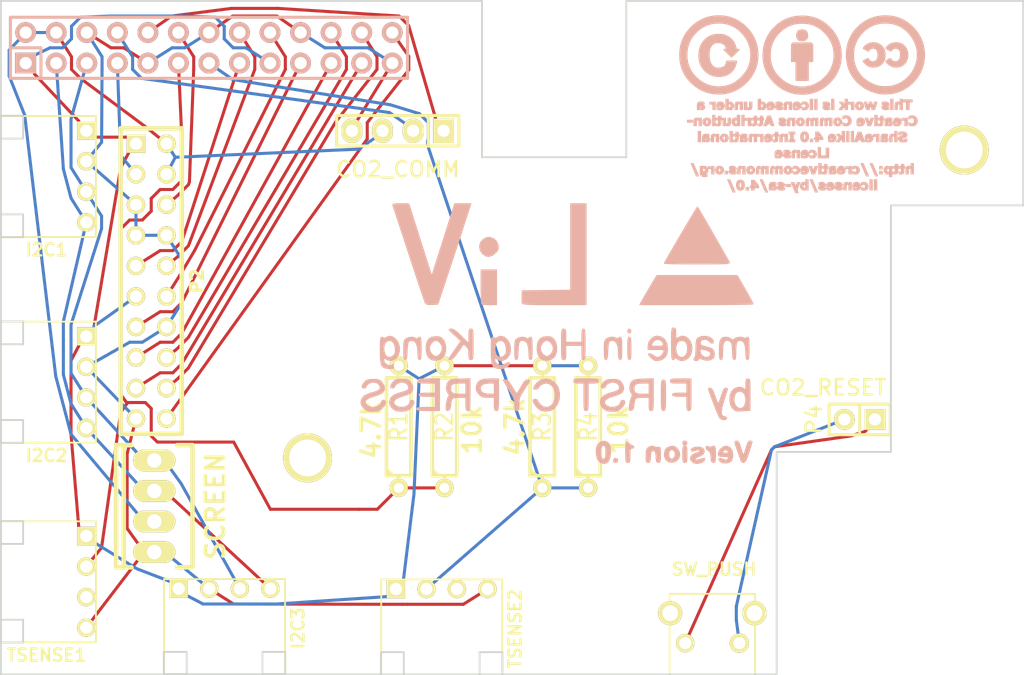
<source format=kicad_pcb>
(kicad_pcb (version 4) (host pcbnew "(2014-09-15 BZR 5136)-product")
  (layers (0 F.Cu signal) (31 B.Cu signal) (34 B.Paste user) (35 F.Paste user) (36 B.SilkS user) (37 F.SilkS user) (38 B.Mask user) (39 F.Mask user) (44 Edge.Cuts user))
  (net 0 "")
  (net 1 /GPIO_10)
  (net 2 /GPIO_11)
  (net 3 /GPIO_14)
  (net 4 /GPIO_15)
  (net 5 /GPIO_17)
  (net 6 /GPIO_18)
  (net 7 /GPIO_2)
  (net 8 /GPIO_22)
  (net 9 /GPIO_23)
  (net 10 /GPIO_24)
  (net 11 /GPIO_25)
  (net 12 /GPIO_27)
  (net 13 /GPIO_3)
  (net 14 /GPIO_4)
  (net 15 /GPIO_7)
  (net 16 /GPIO_8)
  (net 17 /GPIO_9)
  (net 18 +3.3V)
  (net 19 +5V)
  (net 20 GND)
  (net 21 "Net-(P4-Pad1)")
  (net 22 "Net-(P4-Pad2)")
  (net 23 "Net-(P8-Pad3)")
  (net 24 "Net-(P9-Pad3)")
  (module CONNECTOR_MOLEX_4PIN_RIGHT_ANGLE (layer F.Cu) (at 175.45 172.65 90)
    (fp_text reference P9 hide)
    (fp_text value TSENSE1 (at -6.1 -3.3 180) (layer F.SilkS) (effects (font (size 1.016 1.016) (thickness 0.2032))))
    (fp_line (start 3.15 -7.1) (end 3.15 -5.25) (layer Edge.Cuts) (width 0.15))
    (fp_line (start 3.15 -5.25) (end 5.05 -5.25) (layer Edge.Cuts) (width 0.15))
    (fp_line (start 5.05 -5.25) (end 5.05 -7.1) (layer Edge.Cuts) (width 0.15))
    (fp_line (start 5.05 -7.1) (end 3.15 -7.1) (layer Edge.Cuts) (width 0.15))
    (fp_line (start -5.05 -7.1) (end -3.15 -7.1) (layer Edge.Cuts) (width 0.15))
    (fp_line (start -3.15 -7.1) (end -3.15 -5.25) (layer Edge.Cuts) (width 0.15))
    (fp_line (start -3.15 -5.25) (end -5.05 -5.25) (layer Edge.Cuts) (width 0.15))
    (fp_line (start -5.05 -5.25) (end -5.05 -7.1) (layer Edge.Cuts) (width 0.15))
    (pad 4 thru_hole circle (at -3.81 0 90) (size 1.524 1.524) (drill 1.016) (layers *.Cu *.Mask F.SilkS) (net 20 GND))
    (pad 3 thru_hole circle (at -1.27 0 90) (size 1.524 1.524) (drill 1.016) (layers *.Cu *.Mask F.SilkS) (net 24 "Net-(P9-Pad3)"))
    (pad 2 thru_hole circle (at 1.27 0 90) (size 1.524 1.524) (drill 1.016) (layers *.Cu *.Mask F.SilkS) (net 5 /GPIO_17))
    (pad 1 thru_hole rect (at 3.81 0 90) (size 1.524 1.524) (drill 1.016) (layers *.Cu *.Mask F.SilkS) (net 18 +3.3V))
  )
  (module Sockets_MOLEX_KK-System:Socket_MOLEX-KK-RM2-54mm_Lock_4pin_straight (layer F.Cu) (at 181.104 166.366 90)
    (fp_text reference P3 hide)
    (fp_text value SCREEN (at 0 5.08 90) (layer F.SilkS) (effects (font (thickness 0.3048))))
    (pad 1 thru_hole oval (at -3.81 0 90) (size 1.80086 3.50012) (drill 1.19888) (layers *.Cu *.Mask F.SilkS) (net 20 GND))
    (pad 2 thru_hole oval (at -1.27 0 90) (size 1.80086 3.50012) (drill 1.19888) (layers *.Cu *.Mask F.SilkS) (net 19 +5V))
    (pad 3 thru_hole oval (at 1.27 0 90) (size 1.80086 3.50012) (drill 1.19888) (layers *.Cu *.Mask F.SilkS) (net 7 /GPIO_2))
    (pad 4 thru_hole oval (at 3.81 0 90) (size 1.80086 3.50012) (drill 1.19888) (layers *.Cu *.Mask F.SilkS) (net 13 /GPIO_3))
  )
  (module Socket_Strips:Socket_Strip_Straight_2x13 (layer B.Cu) (at 185.65 128.25 180)
    (fp_text reference P1 hide)
    (fp_text value CONN_13X2 hide)
    (pad 1 thru_hole rect (at 15.24 -1.27) (size 1.7272 1.7272) (drill 1.016) (layers *.Cu *.Mask B.SilkS) (net 18 +3.3V))
    (pad 2 thru_hole oval (at 15.24 1.27) (size 1.7272 1.7272) (drill 1.016) (layers *.Cu *.Mask B.SilkS) (net 19 +5V))
    (pad 3 thru_hole oval (at 12.7 -1.27) (size 1.7272 1.7272) (drill 1.016) (layers *.Cu *.Mask B.SilkS) (net 7 /GPIO_2))
    (pad 4 thru_hole oval (at 12.7 1.27) (size 1.7272 1.7272) (drill 1.016) (layers *.Cu *.Mask B.SilkS) (net 19 +5V))
    (pad 5 thru_hole oval (at 10.16 -1.27) (size 1.7272 1.7272) (drill 1.016) (layers *.Cu *.Mask B.SilkS) (net 13 /GPIO_3))
    (pad 6 thru_hole oval (at 10.16 1.27) (size 1.7272 1.7272) (drill 1.016) (layers *.Cu *.Mask B.SilkS) (net 20 GND))
    (pad 7 thru_hole oval (at 7.62 -1.27) (size 1.7272 1.7272) (drill 1.016) (layers *.Cu *.Mask B.SilkS) (net 14 /GPIO_4))
    (pad 8 thru_hole oval (at 7.62 1.27) (size 1.7272 1.7272) (drill 1.016) (layers *.Cu *.Mask B.SilkS) (net 3 /GPIO_14))
    (pad 9 thru_hole oval (at 5.08 -1.27) (size 1.7272 1.7272) (drill 1.016) (layers *.Cu *.Mask B.SilkS) (net 20 GND))
    (pad 10 thru_hole oval (at 5.08 1.27) (size 1.7272 1.7272) (drill 1.016) (layers *.Cu *.Mask B.SilkS) (net 4 /GPIO_15))
    (pad 11 thru_hole oval (at 2.54 -1.27) (size 1.7272 1.7272) (drill 1.016) (layers *.Cu *.Mask B.SilkS) (net 5 /GPIO_17))
    (pad 12 thru_hole oval (at 2.54 1.27) (size 1.7272 1.7272) (drill 1.016) (layers *.Cu *.Mask B.SilkS) (net 6 /GPIO_18))
    (pad 13 thru_hole oval (at 0 -1.27) (size 1.7272 1.7272) (drill 1.016) (layers *.Cu *.Mask B.SilkS) (net 12 /GPIO_27))
    (pad 14 thru_hole oval (at 0 1.27) (size 1.7272 1.7272) (drill 1.016) (layers *.Cu *.Mask B.SilkS) (net 20 GND))
    (pad 15 thru_hole oval (at -2.54 -1.27) (size 1.7272 1.7272) (drill 1.016) (layers *.Cu *.Mask B.SilkS) (net 8 /GPIO_22))
    (pad 16 thru_hole oval (at -2.54 1.27) (size 1.7272 1.7272) (drill 1.016) (layers *.Cu *.Mask B.SilkS) (net 9 /GPIO_23))
    (pad 17 thru_hole oval (at -5.08 -1.27) (size 1.7272 1.7272) (drill 1.016) (layers *.Cu *.Mask B.SilkS) (net 18 +3.3V))
    (pad 18 thru_hole oval (at -5.08 1.27) (size 1.7272 1.7272) (drill 1.016) (layers *.Cu *.Mask B.SilkS) (net 10 /GPIO_24))
    (pad 19 thru_hole oval (at -7.62 -1.27) (size 1.7272 1.7272) (drill 1.016) (layers *.Cu *.Mask B.SilkS) (net 1 /GPIO_10))
    (pad 20 thru_hole oval (at -7.62 1.27) (size 1.7272 1.7272) (drill 1.016) (layers *.Cu *.Mask B.SilkS) (net 20 GND))
    (pad 21 thru_hole oval (at -10.16 -1.27) (size 1.7272 1.7272) (drill 1.016) (layers *.Cu *.Mask B.SilkS) (net 17 /GPIO_9))
    (pad 22 thru_hole oval (at -10.16 1.27) (size 1.7272 1.7272) (drill 1.016) (layers *.Cu *.Mask B.SilkS) (net 11 /GPIO_25))
    (pad 23 thru_hole oval (at -12.7 -1.27) (size 1.7272 1.7272) (drill 1.016) (layers *.Cu *.Mask B.SilkS) (net 2 /GPIO_11))
    (pad 24 thru_hole oval (at -12.7 1.27) (size 1.7272 1.7272) (drill 1.016) (layers *.Cu *.Mask B.SilkS) (net 16 /GPIO_8))
    (pad 25 thru_hole oval (at -15.24 -1.27) (size 1.7272 1.7272) (drill 1.016) (layers *.Cu *.Mask B.SilkS) (net 20 GND))
    (pad 26 thru_hole oval (at -15.24 1.27) (size 1.7272 1.7272) (drill 1.016) (layers *.Cu *.Mask B.SilkS) (net 15 /GPIO_7))
  )
  (module toolbox:pin_array_10x2 (layer F.Cu) (at 180.85 147.65 270)
    (fp_text reference P2 (at 0 -3.81 270) (layer F.SilkS) (effects (font (size 1.016 1.016) (thickness 0.27432))))
    (fp_text value CONN_10X2 hide)
    (pad 1 thru_hole rect (at -11.43 1.27 270) (size 1.524 1.524) (drill 1.016) (layers *.Cu *.Mask F.SilkS) (net 18 +3.3V))
    (pad 2 thru_hole circle (at -11.43 -1.27 270) (size 1.524 1.524) (drill 1.016) (layers *.Cu *.Mask F.SilkS) (net 19 +5V))
    (pad 3 thru_hole circle (at -8.89 1.27 270) (size 1.524 1.524) (drill 1.016) (layers *.Cu *.Mask F.SilkS) (net 14 /GPIO_4))
    (pad 4 thru_hole circle (at -8.89 -1.27 270) (size 1.524 1.524) (drill 1.016) (layers *.Cu *.Mask F.SilkS) (net 19 +5V))
    (pad 5 thru_hole circle (at -6.35 1.27 270) (size 1.524 1.524) (drill 1.016) (layers *.Cu *.Mask F.SilkS) (net 20 GND))
    (pad 6 thru_hole circle (at -6.35 -1.27 270) (size 1.524 1.524) (drill 1.016) (layers *.Cu *.Mask F.SilkS) (net 6 /GPIO_18))
    (pad 7 thru_hole circle (at -3.81 1.27 270) (size 1.524 1.524) (drill 1.016) (layers *.Cu *.Mask F.SilkS) (net 20 GND))
    (pad 8 thru_hole circle (at -3.81 -1.27 270) (size 1.524 1.524) (drill 1.016) (layers *.Cu *.Mask F.SilkS) (net 20 GND))
    (pad 9 thru_hole circle (at -1.27 1.27 270) (size 1.524 1.524) (drill 1.016) (layers *.Cu *.Mask F.SilkS) (net 8 /GPIO_22))
    (pad 10 thru_hole circle (at -1.27 -1.27 270) (size 1.524 1.524) (drill 1.016) (layers *.Cu *.Mask F.SilkS) (net 9 /GPIO_23))
    (pad 11 thru_hole circle (at 1.27 1.27 270) (size 1.524 1.524) (drill 1.016) (layers *.Cu *.Mask F.SilkS) (net 18 +3.3V))
    (pad 12 thru_hole circle (at 1.27 -1.27 270) (size 1.524 1.524) (drill 1.016) (layers *.Cu *.Mask F.SilkS) (net 10 /GPIO_24))
    (pad 13 thru_hole circle (at 3.81 1.27 270) (size 1.524 1.524) (drill 1.016) (layers *.Cu *.Mask F.SilkS) (net 1 /GPIO_10))
    (pad 14 thru_hole circle (at 3.81 -1.27 270) (size 1.524 1.524) (drill 1.016) (layers *.Cu *.Mask F.SilkS) (net 20 GND))
    (pad 15 thru_hole circle (at 6.35 1.27 270) (size 1.524 1.524) (drill 1.016) (layers *.Cu *.Mask F.SilkS) (net 17 /GPIO_9))
    (pad 16 thru_hole circle (at 6.35 -1.27 270) (size 1.524 1.524) (drill 1.016) (layers *.Cu *.Mask F.SilkS) (net 11 /GPIO_25))
    (pad 17 thru_hole circle (at 8.89 1.27 270) (size 1.524 1.524) (drill 1.016) (layers *.Cu *.Mask F.SilkS) (net 2 /GPIO_11))
    (pad 18 thru_hole circle (at 8.89 -1.27 270) (size 1.524 1.524) (drill 1.016) (layers *.Cu *.Mask F.SilkS) (net 16 /GPIO_8))
    (pad 19 thru_hole circle (at 11.43 1.27 270) (size 1.524 1.524) (drill 1.016) (layers *.Cu *.Mask F.SilkS) (net 20 GND))
    (pad 20 thru_hole circle (at 11.43 -1.27 270) (size 1.524 1.524) (drill 1.016) (layers *.Cu *.Mask F.SilkS) (net 15 /GPIO_7))
  )
  (module Socket_Strips:Socket_Strip_Straight_2x01 (layer F.Cu) (at 239.75 159.15 90)
    (fp_text reference P4 (at 0 -3.81 90) (layer F.SilkS) (effects (font (size 1.27 1.27) (thickness 0.2032))))
    (fp_text value CO2_RESET (at 2.65 -3.05 180) (layer F.SilkS) (effects (font (size 1.27 1.27) (thickness 0.2032))))
    (pad 1 thru_hole rect (at 0 1.27 90) (size 1.7272 1.7272) (drill 1.016) (layers *.Cu *.Mask F.SilkS) (net 21 "Net-(P4-Pad1)"))
    (pad 2 thru_hole oval (at 0 -1.27 90) (size 1.7272 1.7272) (drill 1.016) (layers *.Cu *.Mask F.SilkS) (net 22 "Net-(P4-Pad2)"))
  )
  (module Socket_Strips:Socket_Strip_Straight_1x04 (layer F.Cu) (at 201.35 135.15)
    (fp_text reference P5 hide)
    (fp_text value CO2_COMM (at 0 3.2) (layer F.SilkS) (effects (font (size 1.27 1.27) (thickness 0.2032))))
    (pad 1 thru_hole rect (at 3.81 0 180) (size 1.7272 2.032) (drill 1.016) (layers *.Cu *.Mask F.SilkS) (net 4 /GPIO_15))
    (pad 2 thru_hole oval (at 1.27 0 180) (size 1.7272 2.032) (drill 1.016) (layers *.Cu *.Mask F.SilkS) (net 3 /GPIO_14))
    (pad 3 thru_hole oval (at -1.27 0 180) (size 1.7272 2.032) (drill 1.016) (layers *.Cu *.Mask F.SilkS) (net 19 +5V))
    (pad 4 thru_hole oval (at -3.81 0 180) (size 1.7272 2.032) (drill 1.016) (layers *.Cu *.Mask F.SilkS) (net 20 GND))
  )
  (module toolbox:SWITCH_TACT_RIGHT_ANGLE (layer F.Cu) (at 227.5 177.75 180)
    (fp_text reference SW1 hide)
    (fp_text value SW_PUSH (at -0.15 6.15 180) (layer F.SilkS) (effects (font (size 1.016 1.016) (thickness 0.2032))))
    (pad 1 thru_hole circle (at -2.25 0 180) (size 1.6 1.6) (drill 1) (layers *.Cu *.Mask F.SilkS) (net 22 "Net-(P4-Pad2)"))
    (pad 2 thru_hole circle (at 2.25 0 180) (size 1.524 1.524) (drill 1) (layers *.Cu *.Mask F.SilkS) (net 21 "Net-(P4-Pad1)"))
    (pad "" np_thru_hole circle (at -3.505 2.49 180) (size 2 2) (drill 1.3) (layers *.Cu *.Mask F.SilkS))
    (pad "" np_thru_hole circle (at 3.505 2.49 180) (size 2 2) (drill 1.3) (layers *.Cu *.Mask F.SilkS))
  )
  (module Discret:R4 (layer F.Cu) (at 217.172 159.762 90)
    (fp_text reference R4 (at 0 0 90) (layer F.SilkS) (effects (font (size 1.397 1.27) (thickness 0.2032))))
    (fp_text value 10k hide)
    (pad 1 thru_hole circle (at -5.08 0 90) (size 1.524 1.524) (drill 0.8128) (layers *.Cu *.Mask F.SilkS) (net 12 /GPIO_27))
    (pad 2 thru_hole circle (at 5.08 0 90) (size 1.524 1.524) (drill 0.8128) (layers *.Cu *.Mask F.SilkS) (net 18 +3.3V))
  )
  (module Discret:R4 (layer F.Cu) (at 213.362 159.762 90)
    (fp_text reference R3 (at 0 0 90) (layer F.SilkS) (effects (font (size 1.397 1.27) (thickness 0.2032))))
    (fp_text value 4.7k hide)
    (pad 1 thru_hole circle (at -5.08 0 90) (size 1.524 1.524) (drill 0.8128) (layers *.Cu *.Mask F.SilkS) (net 12 /GPIO_27))
    (pad 2 thru_hole circle (at 5.08 0 90) (size 1.524 1.524) (drill 0.8128) (layers *.Cu *.Mask F.SilkS) (net 18 +3.3V))
  )
  (module Discret:R4 (layer F.Cu) (at 205.234 159.762 90)
    (fp_text reference R2 (at 0 0 90) (layer F.SilkS) (effects (font (size 1.397 1.27) (thickness 0.2032))))
    (fp_text value 10k hide)
    (pad 1 thru_hole circle (at -5.08 0 90) (size 1.524 1.524) (drill 0.8128) (layers *.Cu *.Mask F.SilkS) (net 5 /GPIO_17))
    (pad 2 thru_hole circle (at 5.08 0 90) (size 1.524 1.524) (drill 0.8128) (layers *.Cu *.Mask F.SilkS) (net 18 +3.3V))
  )
  (module Discret:R4 (layer F.Cu) (at 201.424 159.762 90)
    (fp_text reference R1 (at 0 0 90) (layer F.SilkS) (effects (font (size 1.397 1.27) (thickness 0.2032))))
    (fp_text value 4.7k hide)
    (pad 1 thru_hole circle (at -5.08 0 90) (size 1.524 1.524) (drill 0.8128) (layers *.Cu *.Mask F.SilkS) (net 5 /GPIO_17))
    (pad 2 thru_hole circle (at 5.08 0 90) (size 1.524 1.524) (drill 0.8128) (layers *.Cu *.Mask F.SilkS) (net 18 +3.3V))
  )
  (module toolbox:CONNECTOR_MOLEX_4PIN_RIGHT_ANGLE (layer F.Cu) (at 205 173.25 180)
    (fp_text reference P8 hide)
    (fp_text value TSENSE2 (at -6.1 -3.3 270) (layer F.SilkS) (effects (font (size 1.016 1.016) (thickness 0.2032))))
    (fp_line (start 3.15 -7.1) (end 3.15 -5.25) (layer Edge.Cuts) (width 0.15))
    (fp_line (start 3.15 -5.25) (end 5.05 -5.25) (layer Edge.Cuts) (width 0.15))
    (fp_line (start 5.05 -5.25) (end 5.05 -7.1) (layer Edge.Cuts) (width 0.15))
    (fp_line (start 5.05 -7.1) (end 3.15 -7.1) (layer Edge.Cuts) (width 0.15))
    (fp_line (start -5.05 -7.1) (end -3.15 -7.1) (layer Edge.Cuts) (width 0.15))
    (fp_line (start -3.15 -7.1) (end -3.15 -5.25) (layer Edge.Cuts) (width 0.15))
    (fp_line (start -3.15 -5.25) (end -5.05 -5.25) (layer Edge.Cuts) (width 0.15))
    (fp_line (start -5.05 -5.25) (end -5.05 -7.1) (layer Edge.Cuts) (width 0.15))
    (pad 4 thru_hole circle (at -3.81 0 180) (size 1.524 1.524) (drill 1.016) (layers *.Cu *.Mask F.SilkS) (net 20 GND))
    (pad 3 thru_hole circle (at -1.27 0 180) (size 1.524 1.524) (drill 1.016) (layers *.Cu *.Mask F.SilkS) (net 23 "Net-(P8-Pad3)"))
    (pad 2 thru_hole circle (at 1.27 0 180) (size 1.524 1.524) (drill 1.016) (layers *.Cu *.Mask F.SilkS) (net 12 /GPIO_27))
    (pad 1 thru_hole rect (at 3.81 0 180) (size 1.524 1.524) (drill 1.016) (layers *.Cu *.Mask F.SilkS) (net 18 +3.3V))
  )
  (module toolbox:CONNECTOR_MOLEX_4PIN_RIGHT_ANGLE (layer F.Cu) (at 175.45 156.05 90)
    (fp_text reference P7 hide)
    (fp_text value I2C2 (at -6.1 -3.3 180) (layer F.SilkS) (effects (font (size 1.016 1.016) (thickness 0.2032))))
    (fp_line (start 3.15 -7.1) (end 3.15 -5.25) (layer Edge.Cuts) (width 0.15))
    (fp_line (start 3.15 -5.25) (end 5.05 -5.25) (layer Edge.Cuts) (width 0.15))
    (fp_line (start 5.05 -5.25) (end 5.05 -7.1) (layer Edge.Cuts) (width 0.15))
    (fp_line (start 5.05 -7.1) (end 3.15 -7.1) (layer Edge.Cuts) (width 0.15))
    (fp_line (start -5.05 -7.1) (end -3.15 -7.1) (layer Edge.Cuts) (width 0.15))
    (fp_line (start -3.15 -7.1) (end -3.15 -5.25) (layer Edge.Cuts) (width 0.15))
    (fp_line (start -3.15 -5.25) (end -5.05 -5.25) (layer Edge.Cuts) (width 0.15))
    (fp_line (start -5.05 -5.25) (end -5.05 -7.1) (layer Edge.Cuts) (width 0.15))
    (pad 4 thru_hole circle (at -3.81 0 90) (size 1.524 1.524) (drill 1.016) (layers *.Cu *.Mask F.SilkS) (net 7 /GPIO_2))
    (pad 3 thru_hole circle (at -1.27 0 90) (size 1.524 1.524) (drill 1.016) (layers *.Cu *.Mask F.SilkS) (net 13 /GPIO_3))
    (pad 2 thru_hole circle (at 1.27 0 90) (size 1.524 1.524) (drill 1.016) (layers *.Cu *.Mask F.SilkS) (net 20 GND))
    (pad 1 thru_hole rect (at 3.81 0 90) (size 1.524 1.524) (drill 1.016) (layers *.Cu *.Mask F.SilkS) (net 18 +3.3V))
  )
  (module toolbox:CONNECTOR_MOLEX_4PIN_RIGHT_ANGLE (layer F.Cu) (at 175.45 138.95 90)
    (fp_text reference P6 hide)
    (fp_text value I2C1 (at -6.1 -3.3 180) (layer F.SilkS) (effects (font (size 1.016 1.016) (thickness 0.2032))))
    (fp_line (start 3.15 -7.1) (end 3.15 -5.25) (layer Edge.Cuts) (width 0.15))
    (fp_line (start 3.15 -5.25) (end 5.05 -5.25) (layer Edge.Cuts) (width 0.15))
    (fp_line (start 5.05 -5.25) (end 5.05 -7.1) (layer Edge.Cuts) (width 0.15))
    (fp_line (start 5.05 -7.1) (end 3.15 -7.1) (layer Edge.Cuts) (width 0.15))
    (fp_line (start -5.05 -7.1) (end -3.15 -7.1) (layer Edge.Cuts) (width 0.15))
    (fp_line (start -3.15 -7.1) (end -3.15 -5.25) (layer Edge.Cuts) (width 0.15))
    (fp_line (start -3.15 -5.25) (end -5.05 -5.25) (layer Edge.Cuts) (width 0.15))
    (fp_line (start -5.05 -5.25) (end -5.05 -7.1) (layer Edge.Cuts) (width 0.15))
    (pad 4 thru_hole circle (at -3.81 0 90) (size 1.524 1.524) (drill 1.016) (layers *.Cu *.Mask F.SilkS) (net 7 /GPIO_2))
    (pad 3 thru_hole circle (at -1.27 0 90) (size 1.524 1.524) (drill 1.016) (layers *.Cu *.Mask F.SilkS) (net 13 /GPIO_3))
    (pad 2 thru_hole circle (at 1.27 0 90) (size 1.524 1.524) (drill 1.016) (layers *.Cu *.Mask F.SilkS) (net 20 GND))
    (pad 1 thru_hole rect (at 3.81 0 90) (size 1.524 1.524) (drill 1.016) (layers *.Cu *.Mask F.SilkS) (net 18 +3.3V))
  )
  (module toolbox:CONNECTOR_MOLEX_4PIN_RIGHT_ANGLE (layer F.Cu) (at 186.946 173.224 180)
    (fp_text reference P10 hide)
    (fp_text value I2C3 (at -6.1 -3.3 270) (layer F.SilkS) (effects (font (size 1.016 1.016) (thickness 0.2032))))
    (fp_line (start 3.15 -7.1) (end 3.15 -5.25) (layer Edge.Cuts) (width 0.15))
    (fp_line (start 3.15 -5.25) (end 5.05 -5.25) (layer Edge.Cuts) (width 0.15))
    (fp_line (start 5.05 -5.25) (end 5.05 -7.1) (layer Edge.Cuts) (width 0.15))
    (fp_line (start 5.05 -7.1) (end 3.15 -7.1) (layer Edge.Cuts) (width 0.15))
    (fp_line (start -5.05 -7.1) (end -3.15 -7.1) (layer Edge.Cuts) (width 0.15))
    (fp_line (start -3.15 -7.1) (end -3.15 -5.25) (layer Edge.Cuts) (width 0.15))
    (fp_line (start -3.15 -5.25) (end -5.05 -5.25) (layer Edge.Cuts) (width 0.15))
    (fp_line (start -5.05 -5.25) (end -5.05 -7.1) (layer Edge.Cuts) (width 0.15))
    (pad 4 thru_hole circle (at -3.81 0 180) (size 1.524 1.524) (drill 1.016) (layers *.Cu *.Mask F.SilkS) (net 7 /GPIO_2))
    (pad 3 thru_hole circle (at -1.27 0 180) (size 1.524 1.524) (drill 1.016) (layers *.Cu *.Mask F.SilkS) (net 13 /GPIO_3))
    (pad 2 thru_hole circle (at 1.27 0 180) (size 1.524 1.524) (drill 1.016) (layers *.Cu *.Mask F.SilkS) (net 20 GND))
    (pad 1 thru_hole rect (at 3.81 0 180) (size 1.524 1.524) (drill 1.016) (layers *.Cu *.Mask F.SilkS) (net 18 +3.3V))
  )
  (module toolbox:1pin (layer F.Cu) (at 248.45 136.75)
    (fp_text reference "" (at 0 0) (layer F.SilkS) (effects (font (size 0.0004 0.0004) (thickness 0.00012))))
    (fp_text value "" (at 0 0) (layer F.SilkS) (effects (font (size 0.0004 0.0004) (thickness 0.00012))))
    (pad "" np_thru_hole circle (at 0 0) (size 4.064 4.064) (drill 3.048) (layers *.Cu *.Mask F.SilkS))
  )
  (module toolbox:1pin (layer F.Cu) (at 193.85 162.35)
    (fp_text reference "" (at 0 0) (layer F.SilkS) (effects (font (size 0.0004 0.0004) (thickness 0.00012))))
    (fp_text value "" (at 0 0) (layer F.SilkS) (effects (font (size 0.0004 0.0004) (thickness 0.00012))))
    (pad "" np_thru_hole circle (at 0 0) (size 4.064 4.064) (drill 3.048) (layers *.Cu *.Mask F.SilkS))
  )
  (module toolbox:liv_logo_inv (layer B.Cu) (at 215.14 151.888)
    (fp_text reference G*** hide)
    (fp_text value LOGO hide)
  )
  (module toolbox:cc_by_sa_license_inv (layer B.SilkS) (at 234.952 133.092)
    (fp_text reference G*** hide)
    (fp_text value LOGO hide)
  )
  (gr_text 10k (at 219.712 160.016 90) (layer F.SilkS) (effects (font (size 1.5 1.5) (thickness 0.3))))
  (gr_text 10k (at 207.52 160.016 90) (layer F.SilkS) (effects (font (size 1.5 1.5) (thickness 0.3))))
  (gr_text 4.7k (at 211.076 159.762 90) (layer F.SilkS) (effects (font (size 1.5 1.5) (thickness 0.3))))
  (gr_text 4.7k (at 199.138 160.016 90) (layer F.SilkS) (effects (font (size 1.5 1.5) (thickness 0.3))))
  (gr_line (start 232.85 161.85) (end 232.85 180.35) (angle 90) (layer Edge.Cuts) (width 0.15))
  (gr_line (start 242.35 161.85) (end 232.85 161.85) (angle 90) (layer Edge.Cuts) (width 0.15))
  (gr_line (start 242.35 141.35) (end 242.35 161.85) (angle 90) (layer Edge.Cuts) (width 0.15))
  (gr_line (start 253.35 141.35) (end 242.35 141.35) (angle 90) (layer Edge.Cuts) (width 0.15))
  (gr_line (start 220.35 137.35) (end 220.35 124.35) (angle 90) (layer Edge.Cuts) (width 0.15))
  (gr_line (start 208.35 137.35) (end 220.35 137.35) (angle 90) (layer Edge.Cuts) (width 0.15))
  (gr_line (start 208.35 124.35) (end 208.35 137.35) (angle 90) (layer Edge.Cuts) (width 0.15))
  (gr_line (start 220.35 124.35) (end 253.35 124.35) (angle 90) (layer Edge.Cuts) (width 0.15))
  (gr_line (start 168.35 124.35) (end 208.35 124.35) (angle 90) (layer Edge.Cuts) (width 0.15))
  (gr_line (start 253.35 124.35) (end 253.35 141.35) (angle 90) (layer Edge.Cuts) (width 0.15))
  (gr_line (start 232.85 180.35) (end 168.35 180.35) (angle 90) (layer Edge.Cuts) (width 0.15))
  (gr_line (start 168.35 124.35) (end 168.35 180.35) (angle 90) (layer Edge.Cuts) (width 0.15))
  (segment (start 179.58 151.46) (end 181.5924 150.1915) (width 0.254) (layer F.Cu) (net 1))
  (segment (start 181.5924 150.1915) (end 181.5961 150.19) (width 0.254) (layer F.Cu) (net 1))
  (segment (start 181.5961 150.19) (end 182.6439 150.19) (width 0.254) (layer F.Cu) (net 1))
  (segment (start 182.6439 150.19) (end 182.6476 150.1885) (width 0.254) (layer F.Cu) (net 1))
  (segment (start 182.6476 150.1885) (end 183.3885 149.4476) (width 0.254) (layer F.Cu) (net 1))
  (segment (start 183.3885 149.4476) (end 193.27 129.52) (width 0.254) (layer F.Cu) (net 1))
  (segment (start 179.58 156.54) (end 181.5924 155.2715) (width 0.254) (layer F.Cu) (net 2))
  (segment (start 181.5924 155.2715) (end 181.5961 155.27) (width 0.254) (layer F.Cu) (net 2))
  (segment (start 181.5961 155.27) (end 182.6439 155.27) (width 0.254) (layer F.Cu) (net 2))
  (segment (start 182.6439 155.27) (end 182.6476 155.2685) (width 0.254) (layer F.Cu) (net 2))
  (segment (start 182.6476 155.2685) (end 183.3885 154.5276) (width 0.254) (layer F.Cu) (net 2))
  (segment (start 183.3885 154.5276) (end 198.35 129.52) (width 0.254) (layer F.Cu) (net 2))
  (segment (start 202.62 135.15) (end 202.62 134.9976) (width 0.254) (layer B.Cu) (net 3))
  (segment (start 202.62 134.9976) (end 200.6652 133.6429) (width 0.254) (layer B.Cu) (net 3))
  (segment (start 200.6652 133.6429) (end 200.6241 133.6259) (width 0.254) (layer B.Cu) (net 3))
  (segment (start 200.6241 133.6259) (end 180.0461 130.79) (width 0.254) (layer B.Cu) (net 3))
  (segment (start 180.0461 130.79) (end 180.0424 130.7885) (width 0.254) (layer B.Cu) (net 3))
  (segment (start 180.0424 130.7885) (end 179.3015 130.0476) (width 0.254) (layer B.Cu) (net 3))
  (segment (start 179.3015 130.0476) (end 179.3 130.0439) (width 0.254) (layer B.Cu) (net 3))
  (segment (start 179.3 130.0439) (end 179.3 128.9961) (width 0.254) (layer B.Cu) (net 3))
  (segment (start 179.3 128.9961) (end 179.2985 128.9924) (width 0.254) (layer B.Cu) (net 3))
  (segment (start 179.2985 128.9924) (end 178.03 126.98) (width 0.254) (layer B.Cu) (net 3))
  (segment (start 205.16 135.15) (end 204.476 134.261) (width 0.254) (layer F.Cu) (net 4))
  (segment (start 204.476 134.261) (end 204.476 134.134) (width 0.254) (layer F.Cu) (net 4))
  (segment (start 204.476 134.134) (end 204.476 134.0596) (width 0.254) (layer F.Cu) (net 4))
  (segment (start 204.476 134.0596) (end 202.2617 126.4359) (width 0.254) (layer F.Cu) (net 4))
  (segment (start 202.2617 126.4359) (end 202.2447 126.3948) (width 0.254) (layer F.Cu) (net 4))
  (segment (start 202.2447 126.3948) (end 201.4752 125.6253) (width 0.254) (layer F.Cu) (net 4))
  (segment (start 201.4752 125.6253) (end 201.4341 125.6083) (width 0.254) (layer F.Cu) (net 4))
  (segment (start 201.4341 125.6083) (end 191.4005 124.9732) (width 0.254) (layer F.Cu) (net 4))
  (segment (start 191.4005 124.9732) (end 188.8605 124.9732) (width 0.254) (layer F.Cu) (net 4))
  (segment (start 188.8605 124.9732) (end 187.5195 124.9732) (width 0.254) (layer F.Cu) (net 4))
  (segment (start 187.5195 124.9732) (end 182.5659 125.6083) (width 0.254) (layer F.Cu) (net 4))
  (segment (start 182.5659 125.6083) (end 182.5248 125.6253) (width 0.254) (layer F.Cu) (net 4))
  (segment (start 182.5248 125.6253) (end 180.57 126.98) (width 0.254) (layer F.Cu) (net 4))
  (segment (start 198.122 166.62) (end 199.646 166.62) (width 0.254) (layer F.Cu) (net 5))
  (segment (start 178.798747 157.743874) (end 180.355874 157.743874) (width 0.254) (layer F.Cu) (net 5))
  (segment (start 190.756 166.62) (end 198.122 166.62) (width 0.254) (layer F.Cu) (net 5))
  (segment (start 187.708 161.032) (end 190.756 166.62) (width 0.254) (layer F.Cu) (net 5))
  (segment (start 181.358 161.032) (end 187.708 161.032) (width 0.254) (layer F.Cu) (net 5))
  (segment (start 180.85 160.524) (end 181.358 161.032) (width 0.254) (layer F.Cu) (net 5))
  (segment (start 180.85 158.238) (end 180.85 160.524) (width 0.254) (layer F.Cu) (net 5))
  (segment (start 180.355874 157.743874) (end 180.85 158.238) (width 0.254) (layer F.Cu) (net 5))
  (segment (start 199.646 166.62) (end 201.424 164.842) (width 0.254) (layer F.Cu) (net 5))
  (segment (start 178.8464 157.81) (end 178.3114 158.5524) (width 0.254) (layer F.Cu) (net 5))
  (segment (start 178.3114 158.5524) (end 178.3099 158.5561) (width 0.254) (layer F.Cu) (net 5))
  (segment (start 178.3099 158.5561) (end 176.7201 169.8125) (width 0.254) (layer F.Cu) (net 5))
  (segment (start 176.7201 169.8125) (end 175.45 171.38) (width 0.254) (layer F.Cu) (net 5))
  (segment (start 183.11 129.52) (end 183.3901 135.6961) (width 0.254) (layer F.Cu) (net 5))
  (segment (start 183.3901 135.6961) (end 183.39 139.2839) (width 0.254) (layer F.Cu) (net 5))
  (segment (start 183.39 139.2839) (end 183.3885 139.2876) (width 0.254) (layer F.Cu) (net 5))
  (segment (start 183.3885 139.2876) (end 182.6476 140.0285) (width 0.254) (layer F.Cu) (net 5))
  (segment (start 182.6476 140.0285) (end 182.6439 140.03) (width 0.254) (layer F.Cu) (net 5))
  (segment (start 182.6439 140.03) (end 181.5961 140.03) (width 0.254) (layer F.Cu) (net 5))
  (segment (start 181.5961 140.03) (end 181.5924 140.0315) (width 0.254) (layer F.Cu) (net 5))
  (segment (start 181.5924 140.0315) (end 180.8515 140.7724) (width 0.254) (layer F.Cu) (net 5))
  (segment (start 180.8515 140.7724) (end 180.85 140.7761) (width 0.254) (layer F.Cu) (net 5))
  (segment (start 180.85 140.7761) (end 180.85 141.8239) (width 0.254) (layer F.Cu) (net 5))
  (segment (start 180.85 141.8239) (end 180.8485 141.8276) (width 0.254) (layer F.Cu) (net 5))
  (segment (start 180.8485 141.8276) (end 180.1076 142.5685) (width 0.254) (layer F.Cu) (net 5))
  (segment (start 180.1076 142.5685) (end 180.1039 142.57) (width 0.254) (layer F.Cu) (net 5))
  (segment (start 180.1039 142.57) (end 179.0561 142.57) (width 0.254) (layer F.Cu) (net 5))
  (segment (start 179.0561 142.57) (end 179.0524 142.5715) (width 0.254) (layer F.Cu) (net 5))
  (segment (start 179.0524 142.5715) (end 178.3115 143.3124) (width 0.254) (layer F.Cu) (net 5))
  (segment (start 178.3115 143.3124) (end 178.31 143.3161) (width 0.254) (layer F.Cu) (net 5))
  (segment (start 178.31 143.3161) (end 178.3099 145.8561) (width 0.254) (layer F.Cu) (net 5))
  (segment (start 178.3099 145.8561) (end 178.3099 156.0161) (width 0.254) (layer F.Cu) (net 5))
  (segment (start 178.3099 156.0161) (end 178.3099 157.0639) (width 0.254) (layer F.Cu) (net 5))
  (segment (start 178.3099 157.0639) (end 178.3114 157.0676) (width 0.254) (layer F.Cu) (net 5))
  (segment (start 178.798747 157.743874) (end 178.8464 157.81) (width 0.254) (layer F.Cu) (net 5))
  (segment (start 178.3114 157.0676) (end 178.798747 157.743874) (width 0.254) (layer F.Cu) (net 5))
  (segment (start 205.234 164.842) (end 201.424 164.842) (width 0.254) (layer F.Cu) (net 5))
  (segment (start 182.12 141.3) (end 183.0074 140.567) (width 0.254) (layer F.Cu) (net 6))
  (segment (start 183.0074 140.567) (end 183.927 139.6474) (width 0.254) (layer F.Cu) (net 6))
  (segment (start 183.927 139.6474) (end 184.0252 139.4102) (width 0.254) (layer F.Cu) (net 6))
  (segment (start 184.0252 139.4102) (end 184.38 130.0439) (width 0.254) (layer F.Cu) (net 6))
  (segment (start 184.38 130.0439) (end 184.38 128.9961) (width 0.254) (layer F.Cu) (net 6))
  (segment (start 184.38 128.9961) (end 184.3785 128.9924) (width 0.254) (layer F.Cu) (net 6))
  (segment (start 184.3785 128.9924) (end 183.11 126.98) (width 0.254) (layer F.Cu) (net 6))
  (segment (start 190.756 173.224) (end 181.9536 165.096) (width 0.254) (layer F.Cu) (net 7))
  (segment (start 181.9536 165.096) (end 181.104 165.096) (width 0.254) (layer F.Cu) (net 7))
  (segment (start 172.95 129.52) (end 173.5448 138.3302) (width 0.254) (layer B.Cu) (net 7))
  (segment (start 173.5448 138.3302) (end 174.1799 140.7439) (width 0.254) (layer B.Cu) (net 7))
  (segment (start 174.1799 140.7439) (end 174.1814 140.7476) (width 0.254) (layer B.Cu) (net 7))
  (segment (start 174.1814 140.7476) (end 175.45 142.76) (width 0.254) (layer B.Cu) (net 7))
  (segment (start 175.45 142.76) (end 173.5448 151.0045) (width 0.254) (layer B.Cu) (net 7))
  (segment (start 173.5448 151.0045) (end 173.5448 152.5285) (width 0.254) (layer B.Cu) (net 7))
  (segment (start 173.5448 152.5285) (end 173.5448 153.4755) (width 0.254) (layer B.Cu) (net 7))
  (segment (start 173.5448 153.4755) (end 173.5448 155.4302) (width 0.254) (layer B.Cu) (net 7))
  (segment (start 173.5448 155.4302) (end 174.1799 157.8439) (width 0.254) (layer B.Cu) (net 7))
  (segment (start 174.1799 157.8439) (end 174.1814 157.8476) (width 0.254) (layer B.Cu) (net 7))
  (segment (start 174.1814 157.8476) (end 175.45 159.86) (width 0.254) (layer B.Cu) (net 7))
  (segment (start 181.104 165.096) (end 180.2544 165.096) (width 0.254) (layer B.Cu) (net 7))
  (segment (start 180.2544 165.096) (end 175.45 159.86) (width 0.254) (layer B.Cu) (net 7))
  (segment (start 179.58 146.38) (end 181.5924 145.1115) (width 0.254) (layer F.Cu) (net 8))
  (segment (start 181.5924 145.1115) (end 181.5961 145.11) (width 0.254) (layer F.Cu) (net 8))
  (segment (start 181.5961 145.11) (end 182.6439 145.11) (width 0.254) (layer F.Cu) (net 8))
  (segment (start 182.6439 145.11) (end 182.6476 145.1085) (width 0.254) (layer F.Cu) (net 8))
  (segment (start 182.6476 145.1085) (end 183.3885 144.3676) (width 0.254) (layer F.Cu) (net 8))
  (segment (start 183.3885 144.3676) (end 183.39 144.3639) (width 0.254) (layer F.Cu) (net 8))
  (segment (start 183.39 144.3639) (end 188.19 129.52) (width 0.254) (layer F.Cu) (net 8))
  (segment (start 182.12 146.38) (end 183.0074 145.647) (width 0.254) (layer F.Cu) (net 9))
  (segment (start 183.0074 145.647) (end 183.927 144.7274) (width 0.254) (layer F.Cu) (net 9))
  (segment (start 183.927 144.7274) (end 184.0252 144.4902) (width 0.254) (layer F.Cu) (net 9))
  (segment (start 184.0252 144.4902) (end 189.46 130.0439) (width 0.254) (layer F.Cu) (net 9))
  (segment (start 189.46 130.0439) (end 189.46 128.9961) (width 0.254) (layer F.Cu) (net 9))
  (segment (start 189.46 128.9961) (end 189.4585 128.9924) (width 0.254) (layer F.Cu) (net 9))
  (segment (start 189.4585 128.9924) (end 188.19 126.98) (width 0.254) (layer F.Cu) (net 9))
  (segment (start 182.12 148.92) (end 183.3886 146.9076) (width 0.254) (layer F.Cu) (net 10))
  (segment (start 183.3886 146.9076) (end 184.4654 145.0871) (width 0.254) (layer F.Cu) (net 10))
  (segment (start 184.4654 145.0871) (end 191.9985 130.0476) (width 0.254) (layer F.Cu) (net 10))
  (segment (start 191.9985 130.0476) (end 192 130.0439) (width 0.254) (layer F.Cu) (net 10))
  (segment (start 192 130.0439) (end 192 128.9961) (width 0.254) (layer F.Cu) (net 10))
  (segment (start 192 128.9961) (end 191.9985 128.9924) (width 0.254) (layer F.Cu) (net 10))
  (segment (start 191.9985 128.9924) (end 190.73 126.98) (width 0.254) (layer F.Cu) (net 10))
  (segment (start 182.12 154) (end 183.0074 153.267) (width 0.254) (layer F.Cu) (net 11))
  (segment (start 183.0074 153.267) (end 183.927 152.3474) (width 0.254) (layer F.Cu) (net 11))
  (segment (start 183.927 152.3474) (end 197.0785 130.0476) (width 0.254) (layer F.Cu) (net 11))
  (segment (start 197.0785 130.0476) (end 197.08 130.0439) (width 0.254) (layer F.Cu) (net 11))
  (segment (start 197.08 130.0439) (end 197.08 128.9961) (width 0.254) (layer F.Cu) (net 11))
  (segment (start 197.08 128.9961) (end 197.0785 128.9924) (width 0.254) (layer F.Cu) (net 11))
  (segment (start 197.0785 128.9924) (end 195.81 126.98) (width 0.254) (layer F.Cu) (net 11))
  (segment (start 185.65 129.52) (end 187.6048 130.8747) (width 0.254) (layer B.Cu) (net 12))
  (segment (start 187.6048 130.8747) (end 187.6459 130.8917) (width 0.254) (layer B.Cu) (net 12))
  (segment (start 187.6459 130.8917) (end 200.7505 132.9908) (width 0.254) (layer B.Cu) (net 12))
  (segment (start 200.7505 132.9908) (end 203.1439 133.7276) (width 0.254) (layer B.Cu) (net 12))
  (segment (start 203.1439 133.7276) (end 203.1476 133.7291) (width 0.254) (layer B.Cu) (net 12))
  (segment (start 203.1476 133.7291) (end 203.8885 134.47) (width 0.254) (layer B.Cu) (net 12))
  (segment (start 203.8885 134.47) (end 203.89 134.4737) (width 0.254) (layer B.Cu) (net 12))
  (segment (start 203.89 134.4737) (end 203.89 134.7785) (width 0.254) (layer B.Cu) (net 12))
  (segment (start 203.89 134.7785) (end 203.89 135.8263) (width 0.254) (layer B.Cu) (net 12))
  (segment (start 203.89 135.8263) (end 203.8302 135.9729) (width 0.254) (layer B.Cu) (net 12))
  (segment (start 203.8302 135.9729) (end 203.8302 136.3591) (width 0.254) (layer B.Cu) (net 12))
  (segment (start 203.8302 136.3591) (end 213.362 164.842) (width 0.254) (layer B.Cu) (net 12))
  (segment (start 217.172 164.842) (end 213.362 164.842) (width 0.254) (layer B.Cu) (net 12))
  (segment (start 213.362 164.842) (end 203.73 173.25) (width 0.254) (layer B.Cu) (net 12))
  (segment (start 175.49 129.52) (end 174.1799 134.1675) (width 0.254) (layer B.Cu) (net 13))
  (segment (start 174.1799 134.1675) (end 174.1799 135.6915) (width 0.254) (layer B.Cu) (net 13))
  (segment (start 174.1799 135.6915) (end 174.1799 136.1125) (width 0.254) (layer B.Cu) (net 13))
  (segment (start 174.1799 136.1125) (end 174.1799 138.2039) (width 0.254) (layer B.Cu) (net 13))
  (segment (start 174.1799 138.2039) (end 174.1814 138.2076) (width 0.254) (layer B.Cu) (net 13))
  (segment (start 174.1814 138.2076) (end 175.45 140.22) (width 0.254) (layer B.Cu) (net 13))
  (segment (start 175.45 140.22) (end 176.7186 142.2324) (width 0.254) (layer B.Cu) (net 13))
  (segment (start 176.7186 142.2324) (end 176.7201 142.2361) (width 0.254) (layer B.Cu) (net 13))
  (segment (start 176.7201 142.2361) (end 176.7201 143.2839) (width 0.254) (layer B.Cu) (net 13))
  (segment (start 176.7201 143.2839) (end 174.1799 151.2675) (width 0.254) (layer B.Cu) (net 13))
  (segment (start 174.1799 151.2675) (end 174.1799 152.7915) (width 0.254) (layer B.Cu) (net 13))
  (segment (start 174.1799 152.7915) (end 174.1799 153.2125) (width 0.254) (layer B.Cu) (net 13))
  (segment (start 174.1799 153.2125) (end 174.1799 155.3039) (width 0.254) (layer B.Cu) (net 13))
  (segment (start 174.1799 155.3039) (end 174.1814 155.3076) (width 0.254) (layer B.Cu) (net 13))
  (segment (start 174.1814 155.3076) (end 175.45 157.32) (width 0.254) (layer B.Cu) (net 13))
  (segment (start 188.216 173.224) (end 183.3395 164.49) (width 0.254) (layer B.Cu) (net 13))
  (segment (start 183.3395 164.49) (end 181.9536 162.556) (width 0.254) (layer B.Cu) (net 13))
  (segment (start 181.9536 162.556) (end 181.104 162.556) (width 0.254) (layer B.Cu) (net 13))
  (segment (start 181.104 162.556) (end 180.2544 162.556) (width 0.254) (layer B.Cu) (net 13))
  (segment (start 180.2544 162.556) (end 175.45 157.32) (width 0.254) (layer B.Cu) (net 13))
  (segment (start 179.58 138.76) (end 178.3099 137.1925) (width 0.254) (layer B.Cu) (net 14))
  (segment (start 178.3099 137.1925) (end 178.03 129.52) (width 0.254) (layer B.Cu) (net 14))
  (segment (start 182.12 159.08) (end 198.8085 135.83) (width 0.254) (layer F.Cu) (net 15))
  (segment (start 198.8085 135.83) (end 198.81 135.8263) (width 0.254) (layer F.Cu) (net 15))
  (segment (start 198.81 135.8263) (end 198.81 134.4737) (width 0.254) (layer F.Cu) (net 15))
  (segment (start 198.81 134.4737) (end 198.8115 134.47) (width 0.254) (layer F.Cu) (net 15))
  (segment (start 198.8115 134.47) (end 202.2447 130.1052) (width 0.254) (layer F.Cu) (net 15))
  (segment (start 202.2447 130.1052) (end 202.2617 130.0641) (width 0.254) (layer F.Cu) (net 15))
  (segment (start 202.2617 130.0641) (end 202.2617 128.9759) (width 0.254) (layer F.Cu) (net 15))
  (segment (start 202.2617 128.9759) (end 202.2447 128.9348) (width 0.254) (layer F.Cu) (net 15))
  (segment (start 202.2447 128.9348) (end 200.89 126.98) (width 0.254) (layer F.Cu) (net 15))
  (segment (start 182.12 156.54) (end 183.0074 155.807) (width 0.254) (layer F.Cu) (net 16))
  (segment (start 183.0074 155.807) (end 183.927 154.8874) (width 0.254) (layer F.Cu) (net 16))
  (segment (start 183.927 154.8874) (end 196.1853 134.4124) (width 0.254) (layer F.Cu) (net 16))
  (segment (start 196.1853 134.4124) (end 199.6185 130.0476) (width 0.254) (layer F.Cu) (net 16))
  (segment (start 199.6185 130.0476) (end 199.62 130.0439) (width 0.254) (layer F.Cu) (net 16))
  (segment (start 199.62 130.0439) (end 199.62 128.9961) (width 0.254) (layer F.Cu) (net 16))
  (segment (start 199.62 128.9961) (end 199.6185 128.9924) (width 0.254) (layer F.Cu) (net 16))
  (segment (start 199.6185 128.9924) (end 198.35 126.98) (width 0.254) (layer F.Cu) (net 16))
  (segment (start 179.58 154) (end 181.5924 152.7315) (width 0.254) (layer F.Cu) (net 17))
  (segment (start 181.5924 152.7315) (end 181.5961 152.73) (width 0.254) (layer F.Cu) (net 17))
  (segment (start 181.5961 152.73) (end 182.6439 152.73) (width 0.254) (layer F.Cu) (net 17))
  (segment (start 182.6439 152.73) (end 182.6476 152.7285) (width 0.254) (layer F.Cu) (net 17))
  (segment (start 182.6476 152.7285) (end 183.3885 151.9876) (width 0.254) (layer F.Cu) (net 17))
  (segment (start 183.3885 151.9876) (end 195.81 129.52) (width 0.254) (layer F.Cu) (net 17))
  (segment (start 179.58 136.22) (end 178.945 136.855) (width 0.254) (layer F.Cu) (net 18))
  (segment (start 178.945 136.855) (end 178.945 136.982) (width 0.254) (layer F.Cu) (net 18))
  (segment (start 178.945 136.982) (end 178.945 137.0346) (width 0.254) (layer F.Cu) (net 18))
  (segment (start 178.945 137.0346) (end 178.3114 138.2324) (width 0.254) (layer F.Cu) (net 18))
  (segment (start 178.3114 138.2324) (end 178.3099 138.2361) (width 0.254) (layer F.Cu) (net 18))
  (segment (start 178.3099 138.2361) (end 176.085 151.478) (width 0.254) (layer F.Cu) (net 18))
  (segment (start 176.085 151.478) (end 176.085 151.605) (width 0.254) (layer F.Cu) (net 18))
  (segment (start 176.085 151.605) (end 175.45 152.24) (width 0.254) (layer F.Cu) (net 18))
  (segment (start 175.45 152.24) (end 174.815 152.875) (width 0.254) (layer F.Cu) (net 18))
  (segment (start 174.815 152.875) (end 174.815 153.002) (width 0.254) (layer F.Cu) (net 18))
  (segment (start 174.815 153.002) (end 174.815 153.0546) (width 0.254) (layer F.Cu) (net 18))
  (segment (start 174.815 153.0546) (end 174.1814 154.2524) (width 0.254) (layer F.Cu) (net 18))
  (segment (start 174.1814 154.2524) (end 174.1799 154.2561) (width 0.254) (layer F.Cu) (net 18))
  (segment (start 174.1799 154.2561) (end 174.1799 159.3361) (width 0.254) (layer F.Cu) (net 18))
  (segment (start 174.1799 159.3361) (end 174.1799 160.3839) (width 0.254) (layer F.Cu) (net 18))
  (segment (start 174.1799 160.3839) (end 174.815 168.0254) (width 0.254) (layer F.Cu) (net 18))
  (segment (start 174.815 168.0254) (end 174.815 168.078) (width 0.254) (layer F.Cu) (net 18))
  (segment (start 174.815 168.078) (end 174.815 168.205) (width 0.254) (layer F.Cu) (net 18))
  (segment (start 174.815 168.205) (end 175.45 168.84) (width 0.254) (layer F.Cu) (net 18))
  (segment (start 213.362 154.682) (end 205.234 154.682) (width 0.254) (layer F.Cu) (net 18))
  (segment (start 170.41 129.52) (end 171.1466 130.2566) (width 0.254) (layer F.Cu) (net 18))
  (segment (start 171.1466 130.2566) (end 171.1466 130.3836) (width 0.254) (layer F.Cu) (net 18))
  (segment (start 171.1466 130.3836) (end 171.1466 130.4362) (width 0.254) (layer F.Cu) (net 18))
  (segment (start 171.1466 130.4362) (end 174.815 134.3254) (width 0.254) (layer F.Cu) (net 18))
  (segment (start 174.815 134.3254) (end 174.815 134.378) (width 0.254) (layer F.Cu) (net 18))
  (segment (start 174.815 134.378) (end 174.815 134.505) (width 0.254) (layer F.Cu) (net 18))
  (segment (start 174.815 134.505) (end 175.45 135.14) (width 0.254) (layer F.Cu) (net 18))
  (segment (start 175.45 135.14) (end 176.085 135.68) (width 0.254) (layer F.Cu) (net 18))
  (segment (start 176.085 135.68) (end 176.212 135.68) (width 0.254) (layer F.Cu) (net 18))
  (segment (start 176.212 135.68) (end 178.818 135.68) (width 0.254) (layer F.Cu) (net 18))
  (segment (start 178.818 135.68) (end 178.945 135.68) (width 0.254) (layer F.Cu) (net 18))
  (segment (start 178.945 135.68) (end 179.58 136.22) (width 0.254) (layer F.Cu) (net 18))
  (segment (start 217.172 154.682) (end 213.362 154.682) (width 0.254) (layer B.Cu) (net 18))
  (segment (start 203.1224 155.772) (end 201.424 154.682) (width 0.254) (layer B.Cu) (net 18))
  (segment (start 203.1224 155.772) (end 202.6941 165.3659) (width 0.254) (layer B.Cu) (net 18))
  (segment (start 202.6941 165.3659) (end 201.825 172.4354) (width 0.254) (layer B.Cu) (net 18))
  (segment (start 201.825 172.4354) (end 201.825 172.488) (width 0.254) (layer B.Cu) (net 18))
  (segment (start 201.825 172.488) (end 201.825 172.615) (width 0.254) (layer B.Cu) (net 18))
  (segment (start 201.825 172.615) (end 201.19 173.25) (width 0.254) (layer B.Cu) (net 18))
  (segment (start 205.234 154.682) (end 203.1224 155.772) (width 0.254) (layer B.Cu) (net 18))
  (segment (start 201.19 173.25) (end 200.555 173.885) (width 0.254) (layer B.Cu) (net 18))
  (segment (start 200.555 173.885) (end 200.428 173.885) (width 0.254) (layer B.Cu) (net 18))
  (segment (start 200.428 173.885) (end 200.3754 173.885) (width 0.254) (layer B.Cu) (net 18))
  (segment (start 200.3754 173.885) (end 191.2799 174.4941) (width 0.254) (layer B.Cu) (net 18))
  (segment (start 191.2799 174.4941) (end 190.2321 174.4941) (width 0.254) (layer B.Cu) (net 18))
  (segment (start 190.2321 174.4941) (end 185.1521 174.4941) (width 0.254) (layer B.Cu) (net 18))
  (segment (start 185.1521 174.4941) (end 185.1484 174.4926) (width 0.254) (layer B.Cu) (net 18))
  (segment (start 185.1484 174.4926) (end 183.9506 173.859) (width 0.254) (layer B.Cu) (net 18))
  (segment (start 183.9506 173.859) (end 183.898 173.859) (width 0.254) (layer B.Cu) (net 18))
  (segment (start 183.898 173.859) (end 183.771 173.859) (width 0.254) (layer B.Cu) (net 18))
  (segment (start 183.771 173.859) (end 183.136 173.224) (width 0.254) (layer B.Cu) (net 18))
  (segment (start 190.73 129.52) (end 188.7176 128.2515) (width 0.254) (layer B.Cu) (net 18))
  (segment (start 188.7176 128.2515) (end 188.7139 128.25) (width 0.254) (layer B.Cu) (net 18))
  (segment (start 188.7139 128.25) (end 187.6661 128.25) (width 0.254) (layer B.Cu) (net 18))
  (segment (start 187.6661 128.25) (end 187.6624 128.2485) (width 0.254) (layer B.Cu) (net 18))
  (segment (start 187.6624 128.2485) (end 186.9215 127.5076) (width 0.254) (layer B.Cu) (net 18))
  (segment (start 186.9215 127.5076) (end 186.92 127.5039) (width 0.254) (layer B.Cu) (net 18))
  (segment (start 186.92 127.5039) (end 186.92 126.4561) (width 0.254) (layer B.Cu) (net 18))
  (segment (start 186.92 126.4561) (end 186.9185 126.4524) (width 0.254) (layer B.Cu) (net 18))
  (segment (start 186.9185 126.4524) (end 186.1776 125.7115) (width 0.254) (layer B.Cu) (net 18))
  (segment (start 186.1776 125.7115) (end 186.1739 125.71) (width 0.254) (layer B.Cu) (net 18))
  (segment (start 186.1739 125.71) (end 183.6541 125.6083) (width 0.254) (layer B.Cu) (net 18))
  (segment (start 183.6541 125.6083) (end 178.5741 125.6083) (width 0.254) (layer B.Cu) (net 18))
  (segment (start 178.5741 125.6083) (end 177.4859 125.6083) (width 0.254) (layer B.Cu) (net 18))
  (segment (start 177.4859 125.6083) (end 174.9661 125.71) (width 0.254) (layer B.Cu) (net 18))
  (segment (start 174.9661 125.71) (end 174.9624 125.7115) (width 0.254) (layer B.Cu) (net 18))
  (segment (start 174.9624 125.7115) (end 174.2215 126.4524) (width 0.254) (layer B.Cu) (net 18))
  (segment (start 174.2215 126.4524) (end 174.22 126.4561) (width 0.254) (layer B.Cu) (net 18))
  (segment (start 174.22 126.4561) (end 174.22 127.5039) (width 0.254) (layer B.Cu) (net 18))
  (segment (start 174.22 127.5039) (end 174.2185 127.5076) (width 0.254) (layer B.Cu) (net 18))
  (segment (start 174.2185 127.5076) (end 173.4776 128.2485) (width 0.254) (layer B.Cu) (net 18))
  (segment (start 173.4776 128.2485) (end 173.4739 128.25) (width 0.254) (layer B.Cu) (net 18))
  (segment (start 173.4739 128.25) (end 172.4261 128.25) (width 0.254) (layer B.Cu) (net 18))
  (segment (start 172.4261 128.25) (end 172.4224 128.2515) (width 0.254) (layer B.Cu) (net 18))
  (segment (start 172.4224 128.2515) (end 171.3262 128.7834) (width 0.254) (layer B.Cu) (net 18))
  (segment (start 171.3262 128.7834) (end 171.2736 128.7834) (width 0.254) (layer B.Cu) (net 18))
  (segment (start 171.2736 128.7834) (end 171.1466 128.7834) (width 0.254) (layer B.Cu) (net 18))
  (segment (start 171.1466 128.7834) (end 170.41 129.52) (width 0.254) (layer B.Cu) (net 18))
  (segment (start 179.58 148.92) (end 176.1594 151.351) (width 0.254) (layer B.Cu) (net 18))
  (segment (start 176.1594 151.351) (end 176.085 151.4254) (width 0.254) (layer B.Cu) (net 18))
  (segment (start 176.085 151.4254) (end 176.085 151.478) (width 0.254) (layer B.Cu) (net 18))
  (segment (start 176.085 151.478) (end 176.085 151.605) (width 0.254) (layer B.Cu) (net 18))
  (segment (start 176.085 151.605) (end 175.45 152.24) (width 0.254) (layer B.Cu) (net 18))
  (segment (start 183.136 173.224) (end 182.501 172.589) (width 0.254) (layer B.Cu) (net 18))
  (segment (start 182.501 172.589) (end 182.374 172.589) (width 0.254) (layer B.Cu) (net 18))
  (segment (start 182.374 172.589) (end 182.3214 172.589) (width 0.254) (layer B.Cu) (net 18))
  (segment (start 182.3214 172.589) (end 179.703 171.5845) (width 0.254) (layer B.Cu) (net 18))
  (segment (start 179.703 171.5845) (end 179.6484 171.5619) (width 0.254) (layer B.Cu) (net 18))
  (segment (start 179.6484 171.5619) (end 176.2646 169.475) (width 0.254) (layer B.Cu) (net 18))
  (segment (start 176.2646 169.475) (end 176.212 169.475) (width 0.254) (layer B.Cu) (net 18))
  (segment (start 176.212 169.475) (end 176.085 169.475) (width 0.254) (layer B.Cu) (net 18))
  (segment (start 176.085 169.475) (end 175.45 168.84) (width 0.254) (layer B.Cu) (net 18))
  (segment (start 172.95 126.98) (end 174.2185 128.9924) (width 0.254) (layer F.Cu) (net 19))
  (segment (start 174.2185 128.9924) (end 174.22 128.9961) (width 0.254) (layer F.Cu) (net 19))
  (segment (start 174.22 128.9961) (end 174.22 130.0439) (width 0.254) (layer F.Cu) (net 19))
  (segment (start 174.22 130.0439) (end 174.2215 130.0476) (width 0.254) (layer F.Cu) (net 19))
  (segment (start 174.2215 130.0476) (end 174.9624 130.7885) (width 0.254) (layer F.Cu) (net 19))
  (segment (start 174.9624 130.7885) (end 180.5525 134.9499) (width 0.254) (layer F.Cu) (net 19))
  (segment (start 180.5525 134.9499) (end 182.12 136.22) (width 0.254) (layer F.Cu) (net 19))
  (segment (start 170.41 126.98) (end 169.0383 128.4459) (width 0.254) (layer B.Cu) (net 19))
  (segment (start 169.0383 128.4459) (end 169.0383 130.1731) (width 0.254) (layer B.Cu) (net 19))
  (segment (start 169.0383 130.1731) (end 169.0383 130.5941) (width 0.254) (layer B.Cu) (net 19))
  (segment (start 169.0383 130.5941) (end 170.3275 133.8472) (width 0.254) (layer B.Cu) (net 19))
  (segment (start 170.3275 133.8472) (end 172.9097 155.5566) (width 0.254) (layer B.Cu) (net 19))
  (segment (start 172.9097 155.5566) (end 174.1799 160.3839) (width 0.254) (layer B.Cu) (net 19))
  (segment (start 174.1799 160.3839) (end 174.1814 160.3876) (width 0.254) (layer B.Cu) (net 19))
  (segment (start 174.1814 160.3876) (end 180.2544 167.636) (width 0.254) (layer B.Cu) (net 19))
  (segment (start 180.2544 167.636) (end 181.104 167.636) (width 0.254) (layer B.Cu) (net 19))
  (segment (start 182.12 136.22) (end 182.8486 137.3545) (width 0.254) (layer B.Cu) (net 19))
  (segment (start 182.8486 137.3545) (end 182.12 138.76) (width 0.254) (layer B.Cu) (net 19))
  (segment (start 200.08 135.15) (end 200.08 135.3024) (width 0.254) (layer B.Cu) (net 19))
  (segment (start 200.08 135.3024) (end 198.1252 136.6571) (width 0.254) (layer B.Cu) (net 19))
  (segment (start 198.1252 136.6571) (end 198.0841 136.6741) (width 0.254) (layer B.Cu) (net 19))
  (segment (start 198.0841 136.6741) (end 182.8486 137.3545) (width 0.254) (layer B.Cu) (net 19))
  (segment (start 170.41 126.98) (end 172.95 126.98) (width 0.254) (layer B.Cu) (net 19))
  (segment (start 208.81 173.25) (end 206.7976 174.5186) (width 0.254) (layer F.Cu) (net 20))
  (segment (start 206.7976 174.5186) (end 206.7939 174.5201) (width 0.254) (layer F.Cu) (net 20))
  (segment (start 206.7939 174.5201) (end 202.1625 174.5201) (width 0.254) (layer F.Cu) (net 20))
  (segment (start 202.1625 174.5201) (end 201.7415 174.5201) (width 0.254) (layer F.Cu) (net 20))
  (segment (start 201.7415 174.5201) (end 200.2175 174.5201) (width 0.254) (layer F.Cu) (net 20))
  (segment (start 200.2175 174.5201) (end 187.6921 174.4941) (width 0.254) (layer F.Cu) (net 20))
  (segment (start 187.6921 174.4941) (end 187.6884 174.4926) (width 0.254) (layer F.Cu) (net 20))
  (segment (start 187.6884 174.4926) (end 185.676 173.224) (width 0.254) (layer F.Cu) (net 20))
  (segment (start 197.54 135.15) (end 197.54 134.9976) (width 0.254) (layer F.Cu) (net 20))
  (segment (start 197.54 134.9976) (end 200.89 129.52) (width 0.254) (layer F.Cu) (net 20))
  (segment (start 193.27 126.98) (end 191.3152 125.6253) (width 0.254) (layer F.Cu) (net 20))
  (segment (start 191.3152 125.6253) (end 191.2741 125.6083) (width 0.254) (layer F.Cu) (net 20))
  (segment (start 191.2741 125.6083) (end 188.7341 125.6083) (width 0.254) (layer F.Cu) (net 20))
  (segment (start 188.7341 125.6083) (end 187.6459 125.6083) (width 0.254) (layer F.Cu) (net 20))
  (segment (start 187.6459 125.6083) (end 187.6048 125.6253) (width 0.254) (layer F.Cu) (net 20))
  (segment (start 187.6048 125.6253) (end 185.65 126.98) (width 0.254) (layer F.Cu) (net 20))
  (segment (start 179.58 159.08) (end 178.8459 162.0046) (width 0.254) (layer F.Cu) (net 20))
  (segment (start 178.8459 162.0046) (end 178.8459 167.0846) (width 0.254) (layer F.Cu) (net 20))
  (segment (start 178.8459 167.0846) (end 178.8459 168.1874) (width 0.254) (layer F.Cu) (net 20))
  (segment (start 178.8459 168.1874) (end 178.8685 168.242) (width 0.254) (layer F.Cu) (net 20))
  (segment (start 178.8685 168.242) (end 180.2544 170.176) (width 0.254) (layer F.Cu) (net 20))
  (segment (start 180.2544 170.176) (end 181.104 170.176) (width 0.254) (layer F.Cu) (net 20))
  (segment (start 181.104 170.176) (end 180.2544 170.176) (width 0.254) (layer F.Cu) (net 20))
  (segment (start 180.2544 170.176) (end 175.45 176.46) (width 0.254) (layer F.Cu) (net 20))
  (segment (start 175.49 126.98) (end 177.5024 128.2485) (width 0.254) (layer F.Cu) (net 20))
  (segment (start 177.5024 128.2485) (end 177.5061 128.25) (width 0.254) (layer F.Cu) (net 20))
  (segment (start 177.5061 128.25) (end 178.5539 128.25) (width 0.254) (layer F.Cu) (net 20))
  (segment (start 178.5539 128.25) (end 178.5576 128.2515) (width 0.254) (layer F.Cu) (net 20))
  (segment (start 178.5576 128.2515) (end 180.57 129.52) (width 0.254) (layer F.Cu) (net 20))
  (segment (start 175.45 154.78) (end 179.58 159.08) (width 0.254) (layer B.Cu) (net 20))
  (segment (start 175.45 137.68) (end 179.58 141.3) (width 0.254) (layer B.Cu) (net 20))
  (segment (start 179.58 141.3) (end 179.58 143.84) (width 0.254) (layer B.Cu) (net 20))
  (segment (start 179.58 143.84) (end 182.12 143.84) (width 0.254) (layer B.Cu) (net 20))
  (segment (start 182.12 143.84) (end 183.3886 145.8524) (width 0.254) (layer B.Cu) (net 20))
  (segment (start 183.3886 145.8524) (end 183.3901 145.8561) (width 0.254) (layer B.Cu) (net 20))
  (segment (start 183.3901 145.8561) (end 183.3901 148.3961) (width 0.254) (layer B.Cu) (net 20))
  (segment (start 183.3901 148.3961) (end 183.3901 149.4439) (width 0.254) (layer B.Cu) (net 20))
  (segment (start 183.3901 149.4439) (end 183.3886 149.4476) (width 0.254) (layer B.Cu) (net 20))
  (segment (start 183.3886 149.4476) (end 182.12 151.46) (width 0.254) (layer B.Cu) (net 20))
  (segment (start 182.12 151.46) (end 180.1076 152.7285) (width 0.254) (layer B.Cu) (net 20))
  (segment (start 180.1076 152.7285) (end 180.1039 152.73) (width 0.254) (layer B.Cu) (net 20))
  (segment (start 180.1039 152.73) (end 179.0561 152.73) (width 0.254) (layer B.Cu) (net 20))
  (segment (start 179.0561 152.73) (end 179.0524 152.7315) (width 0.254) (layer B.Cu) (net 20))
  (segment (start 179.0524 152.7315) (end 175.45 154.78) (width 0.254) (layer B.Cu) (net 20))
  (segment (start 185.676 173.224) (end 181.9536 170.176) (width 0.254) (layer B.Cu) (net 20))
  (segment (start 181.9536 170.176) (end 181.104 170.176) (width 0.254) (layer B.Cu) (net 20))
  (segment (start 200.89 129.52) (end 198.8776 128.2515) (width 0.254) (layer B.Cu) (net 20))
  (segment (start 198.8776 128.2515) (end 198.8739 128.25) (width 0.254) (layer B.Cu) (net 20))
  (segment (start 198.8739 128.25) (end 195.2861 128.25) (width 0.254) (layer B.Cu) (net 20))
  (segment (start 195.2861 128.25) (end 195.2824 128.2485) (width 0.254) (layer B.Cu) (net 20))
  (segment (start 195.2824 128.2485) (end 193.27 126.98) (width 0.254) (layer B.Cu) (net 20))
  (segment (start 185.65 126.98) (end 183.6376 128.2485) (width 0.254) (layer B.Cu) (net 20))
  (segment (start 183.6376 128.2485) (end 183.6339 128.25) (width 0.254) (layer B.Cu) (net 20))
  (segment (start 183.6339 128.25) (end 182.5861 128.25) (width 0.254) (layer B.Cu) (net 20))
  (segment (start 182.5861 128.25) (end 182.5824 128.2515) (width 0.254) (layer B.Cu) (net 20))
  (segment (start 182.5824 128.2515) (end 180.57 129.52) (width 0.254) (layer B.Cu) (net 20))
  (segment (start 175.49 126.98) (end 176.7585 128.9924) (width 0.254) (layer B.Cu) (net 20))
  (segment (start 176.7585 128.9924) (end 176.76 128.9961) (width 0.254) (layer B.Cu) (net 20))
  (segment (start 176.76 128.9961) (end 176.76 130.0439) (width 0.254) (layer B.Cu) (net 20))
  (segment (start 176.76 130.0439) (end 176.7201 136.1125) (width 0.254) (layer B.Cu) (net 20))
  (segment (start 176.7201 136.1125) (end 175.45 137.68) (width 0.254) (layer B.Cu) (net 20))
  (segment (start 225.25 177.75) (end 232.4225 161.6729) (width 0.254) (layer F.Cu) (net 21))
  (segment (start 232.4225 161.6729) (end 232.6729 161.4225) (width 0.254) (layer F.Cu) (net 21))
  (segment (start 232.6729 161.4225) (end 239.0241 160.5217) (width 0.254) (layer F.Cu) (net 21))
  (segment (start 239.0241 160.5217) (end 240.209 160.1406) (width 0.254) (layer F.Cu) (net 21))
  (segment (start 240.209 160.1406) (end 240.2834 160.0662) (width 0.254) (layer F.Cu) (net 21))
  (segment (start 240.2834 160.0662) (end 240.2834 160.0136) (width 0.254) (layer F.Cu) (net 21))
  (segment (start 240.2834 160.0136) (end 240.2834 159.8866) (width 0.254) (layer F.Cu) (net 21))
  (segment (start 240.2834 159.8866) (end 241.02 159.15) (width 0.254) (layer F.Cu) (net 21))
  (segment (start 229.75 177.75) (end 229.4969 175.8313) (width 0.254) (layer B.Cu) (net 22))
  (segment (start 229.4969 175.8313) (end 229.4969 174.6887) (width 0.254) (layer B.Cu) (net 22))
  (segment (start 229.4969 174.6887) (end 232.4225 161.6729) (width 0.254) (layer B.Cu) (net 22))
  (segment (start 232.4225 161.6729) (end 232.6729 161.4225) (width 0.254) (layer B.Cu) (net 22))
  (segment (start 232.6729 161.4225) (end 238.48 159.15) (width 0.254) (layer B.Cu) (net 22))
)
</source>
